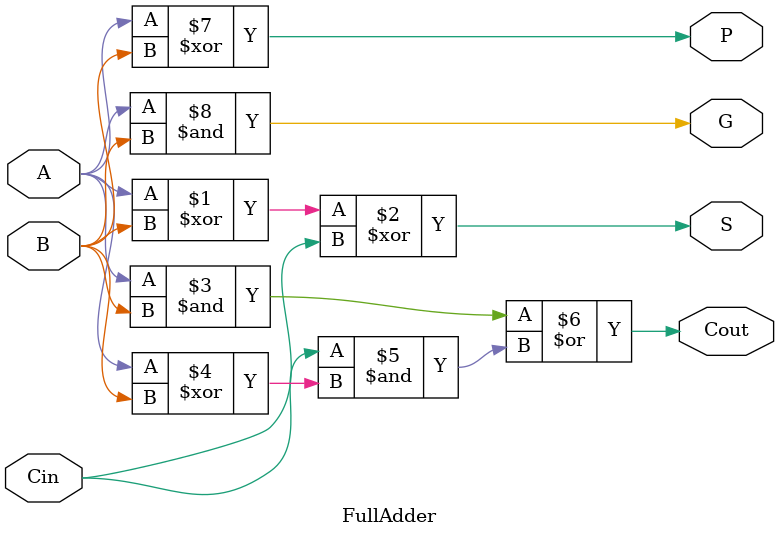
<source format=v>
module FullAdder
(
  input     A,
  input     B,
  input     Cin,
  output    S,
  output    Cout,
  output    P,
  output    G
);


assign S = A ^ B ^ Cin;
assign Cout = (A & B) | (Cin & (A ^ B));
assign P = A ^ B;
assign G = A & B;


endmodule // HalfAdder

</source>
